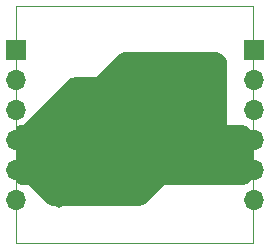
<source format=gbr>
G04 #@! TF.GenerationSoftware,KiCad,Pcbnew,(5.99.0-11522-g728b160719)*
G04 #@! TF.CreationDate,2021-08-06T10:01:10+10:00*
G04 #@! TF.ProjectId,Battery charger,42617474-6572-4792-9063-686172676572,0.2*
G04 #@! TF.SameCoordinates,Original*
G04 #@! TF.FileFunction,Copper,L2,Bot*
G04 #@! TF.FilePolarity,Positive*
%FSLAX46Y46*%
G04 Gerber Fmt 4.6, Leading zero omitted, Abs format (unit mm)*
G04 Created by KiCad (PCBNEW (5.99.0-11522-g728b160719)) date 2021-08-06 10:01:10*
%MOMM*%
%LPD*%
G01*
G04 APERTURE LIST*
G04 #@! TA.AperFunction,Profile*
%ADD10C,0.100000*%
G04 #@! TD*
G04 #@! TA.AperFunction,ComponentPad*
%ADD11R,1.700000X1.700000*%
G04 #@! TD*
G04 #@! TA.AperFunction,ComponentPad*
%ADD12O,1.700000X1.700000*%
G04 #@! TD*
G04 #@! TA.AperFunction,ViaPad*
%ADD13C,0.800000*%
G04 #@! TD*
G04 APERTURE END LIST*
D10*
X113259000Y-76048000D02*
X93193000Y-76048000D01*
X93193000Y-76048000D02*
X93193000Y-55982000D01*
X93193000Y-55982000D02*
X113259000Y-55982000D01*
X113259000Y-55982000D02*
X113259000Y-76048000D01*
D11*
G04 #@! TO.P,J1,1,Pin_1*
G04 #@! TO.N,N/C*
X93193000Y-59690000D03*
D12*
G04 #@! TO.P,J1,2,Pin_2*
G04 #@! TO.N,VBUS*
X93193000Y-62230000D03*
G04 #@! TO.P,J1,3,Pin_3*
X93193000Y-64770000D03*
G04 #@! TO.P,J1,4,Pin_4*
G04 #@! TO.N,GND*
X93193000Y-67310000D03*
G04 #@! TO.P,J1,5,Pin_5*
X93193000Y-69850000D03*
G04 #@! TO.P,J1,6,Pin_6*
G04 #@! TO.N,/STAT*
X93193000Y-72390000D03*
G04 #@! TD*
D11*
G04 #@! TO.P,J2,1,Pin_1*
G04 #@! TO.N,N/C*
X113284000Y-59690000D03*
D12*
G04 #@! TO.P,J2,2,Pin_2*
G04 #@! TO.N,+BATT*
X113284000Y-62230000D03*
G04 #@! TO.P,J2,3,Pin_3*
X113284000Y-64770000D03*
G04 #@! TO.P,J2,4,Pin_4*
G04 #@! TO.N,GND*
X113284000Y-67310000D03*
G04 #@! TO.P,J2,5,Pin_5*
X113284000Y-69850000D03*
G04 #@! TO.P,J2,6,Pin_6*
G04 #@! TO.N,N/C*
X113284000Y-72390000D03*
G04 #@! TD*
D13*
G04 #@! TO.N,GND*
X96774000Y-72644000D03*
X100076000Y-72135010D03*
X99060000Y-62611000D03*
X97790000Y-65024000D03*
X103124000Y-72136000D03*
X105029000Y-66802000D03*
X101727000Y-67818000D03*
X106553000Y-68580000D03*
X96901000Y-68072000D03*
X102362000Y-67183000D03*
X95123000Y-68072000D03*
X105029000Y-66040000D03*
X99949000Y-62611000D03*
G04 #@! TD*
G04 #@! TA.AperFunction,Conductor*
G04 #@! TO.N,GND*
G36*
X110004163Y-59817607D02*
G01*
X110180740Y-59834999D01*
X110204957Y-59839815D01*
X110368809Y-59889518D01*
X110391629Y-59898971D01*
X110542631Y-59979683D01*
X110563158Y-59993399D01*
X110695521Y-60102026D01*
X110712974Y-60119479D01*
X110821601Y-60251842D01*
X110835319Y-60272372D01*
X110916029Y-60423371D01*
X110925482Y-60446190D01*
X110975185Y-60610043D01*
X110980002Y-60634263D01*
X110997393Y-60810837D01*
X110998000Y-60823187D01*
X110998000Y-66040000D01*
X112252813Y-66040000D01*
X112265163Y-66040607D01*
X112441740Y-66057999D01*
X112465957Y-66062815D01*
X112629809Y-66112518D01*
X112652629Y-66121971D01*
X112803631Y-66202683D01*
X112824158Y-66216399D01*
X112956521Y-66325026D01*
X112973974Y-66342479D01*
X113082601Y-66474842D01*
X113096319Y-66495372D01*
X113177029Y-66646371D01*
X113186482Y-66669190D01*
X113236185Y-66833043D01*
X113241002Y-66857263D01*
X113258393Y-67033837D01*
X113259000Y-67046187D01*
X113259000Y-70113813D01*
X113258393Y-70126163D01*
X113241002Y-70302737D01*
X113236185Y-70326957D01*
X113186482Y-70490809D01*
X113177029Y-70513629D01*
X113096319Y-70664628D01*
X113082601Y-70685158D01*
X112973974Y-70817521D01*
X112956521Y-70834974D01*
X112824158Y-70943601D01*
X112803631Y-70957317D01*
X112711417Y-71006607D01*
X112652629Y-71038029D01*
X112629810Y-71047482D01*
X112465957Y-71097185D01*
X112441740Y-71102001D01*
X112269945Y-71118922D01*
X112265163Y-71119393D01*
X112252813Y-71120000D01*
X105664000Y-71120000D01*
X104183275Y-72600725D01*
X104174114Y-72609029D01*
X104036950Y-72721597D01*
X104016412Y-72735320D01*
X103865416Y-72816029D01*
X103842597Y-72825482D01*
X103678744Y-72875185D01*
X103654527Y-72880001D01*
X103477949Y-72897393D01*
X103465599Y-72898000D01*
X96432401Y-72898000D01*
X96420051Y-72897393D01*
X96243473Y-72880001D01*
X96219256Y-72875185D01*
X96055403Y-72825482D01*
X96032584Y-72816029D01*
X95881588Y-72735320D01*
X95861050Y-72721597D01*
X95723886Y-72609029D01*
X95714725Y-72600725D01*
X94234000Y-71120000D01*
X93721759Y-71120000D01*
X93705312Y-71118922D01*
X93595231Y-71104429D01*
X93563460Y-71095916D01*
X93468577Y-71056614D01*
X93440091Y-71040168D01*
X93358612Y-70977647D01*
X93335353Y-70954388D01*
X93272832Y-70872909D01*
X93256386Y-70844423D01*
X93217084Y-70749540D01*
X93208571Y-70717769D01*
X93194078Y-70607688D01*
X93193000Y-70591241D01*
X93193000Y-66318910D01*
X93195421Y-66294329D01*
X93208396Y-66229097D01*
X93227210Y-66183676D01*
X93257132Y-66138895D01*
X93291895Y-66104132D01*
X93336676Y-66074210D01*
X93382095Y-66055397D01*
X93455468Y-66040802D01*
X93460326Y-66040000D01*
X93726000Y-66040000D01*
X97492725Y-62273275D01*
X97501886Y-62264971D01*
X97639050Y-62152403D01*
X97659588Y-62138680D01*
X97810584Y-62057971D01*
X97833404Y-62048518D01*
X97997256Y-61998815D01*
X98021473Y-61993999D01*
X98198051Y-61976607D01*
X98210401Y-61976000D01*
X99949000Y-61976000D01*
X101810725Y-60114275D01*
X101819886Y-60105971D01*
X101957050Y-59993403D01*
X101977588Y-59979680D01*
X102128584Y-59898971D01*
X102151404Y-59889518D01*
X102315256Y-59839815D01*
X102339473Y-59834999D01*
X102516051Y-59817607D01*
X102528401Y-59817000D01*
X109991813Y-59817000D01*
X110004163Y-59817607D01*
G37*
G04 #@! TD.AperFunction*
G04 #@! TD*
M02*

</source>
